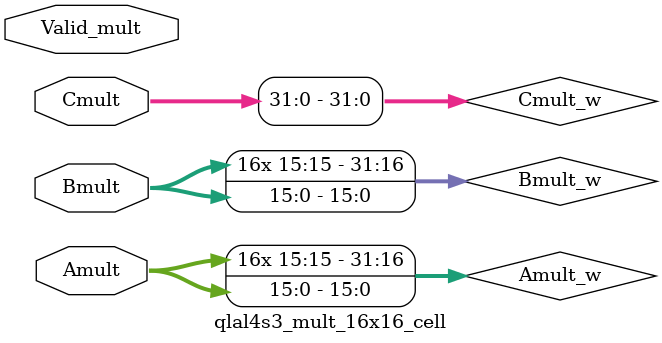
<source format=v>
module \$lut (A, Y);
    parameter WIDTH = 0;
    parameter LUT = 0;

    input [WIDTH-1:0] A;
    output Y;

    function [WIDTH ** 2 - 1:0] INIT_address_inverse;
        input [WIDTH ** 2 - 1: 0] arr;
        integer i;
        integer n;
        reg [WIDTH - 1:0] tmp;
        reg [WIDTH - 1:0] tmp2;
        tmp = 0;
        tmp2 = 0;
        for (i = 0; i < WIDTH ** 2; i++) begin
            INIT_address_inverse[tmp2] = arr[tmp];
            tmp = tmp + 1;
            for (n = 0; n < WIDTH; n++) begin
                tmp2[WIDTH - 1 - n] = tmp[n];
            end
        end
    endfunction

    generate
        if (WIDTH == 1)
        begin
            LUT1 #(.INIT(INIT_address_inverse(LUT))) _TECHMAP_REPLACE_ (.O(Y), .I0(A[0]));
        end
        else if (WIDTH == 2)
        begin
            LUT2 #(.INIT(INIT_address_inverse(LUT))) _TECHMAP_REPLACE_ (.O(Y), .I0(A[1]), .I1(A[0]));
        end
        else if (WIDTH == 3)
        begin
            LUT3 #(.INIT(INIT_address_inverse(LUT))) _TECHMAP_REPLACE_ (.O(Y), .I0(A[2]), .I1(A[1]), .I2(A[0]));
        end
        else if (WIDTH == 4)
        begin
            LUT4 #(.INIT(INIT_address_inverse(LUT))) _TECHMAP_REPLACE_ (.O(Y), .I0(A[3]), .I1(A[2]), .I2(A[1]), .I3(A[0]));
        end
        else
        begin
            wire _TECHMAP_FAIL_ = 1;
        end
    endgenerate
endmodule

module \$_MUX8_ (A, B, C, D, E, F, G, H, S, T, U, Y);
    input A, B, C, D, E, F, G, H, S, T, U;
    output Y;
    mux8x0 _TECHMAP_REPLACE_ (.A(A), .B(B), .C(C), .D(D), .E(E), .F(F), .G(G), .H(H), .S0(S), .S1(T), .S2(U), .Q(Y));
endmodule

module \$_MUX4_ (A, B, C, D, S, T, U, Y);
    input A, B, C, D, S, T, U;
    output Y;
    mux4x0 _TECHMAP_REPLACE_ (.A(A), .B(B), .C(C), .D(D), .S0(S), .S1(T), .Q(Y));
endmodule

module \$_DFF_N_ (D, Q, C);
    input D;
    input C;
    output Q;
    wire C_INV;
    inv clkinv (.Q(C_INV), .A(C));
    dff tmpdff (.Q(Q), .D(D), .CLK(C_INV));
endmodule

module \$_DFF_P_ (D, Q, C);
    input D;
    input C;
    output Q;
    dff _TECHMAP_REPLACE_ (.Q(Q), .D(D), .CLK(C));
endmodule

module \$_DFF_NN0_ (D, Q, C, R);
    input D;
    input C;
    input R;
    output Q;
    wire C_INV;
    inv clkinv (.Q(C_INV), .A(C));
    wire R_INV;
    inv clrinv (.Q(R_INV), .A(R));
    dffc tmpdffc (.Q(Q), .D(D), .CLK(C_INV), .CLR(R_INV));
endmodule

module \$_DFF_NN1_ (D, Q, C, R);
    input D;
    input C;
    input R;
    output Q;
    wire C_INV;
    inv clkinv (.Q(C_INV), .A(C));
    wire R_INV;
    inv preinv (.Q(R_INV), .A(R));
    dffp tmpdffp (.Q(Q), .D(D), .CLK(C_INV), .PRE(R_INV));
endmodule

module \$_DFF_NP0_ (D, Q, C, R);
    input D;
    input C;
    input R;
    output Q;
    wire C_INV;
    inv clkinv (.Q(C_INV), .A(C));
    dffc tmpdffc (.Q(Q), .D(D), .CLK(C_INV), .CLR(R));
endmodule

module \$_DFF_NP1_ (D, Q, C, R);
    input D;
    input C;
    input R;
    output Q;
    wire C_INV;
    inv clkinv (.Q(C_INV), .A(C));
    dffp tmpdffp (.Q(Q), .D(D), .CLK(C_INV), .PRE(R));
endmodule

module \$_DFF_PN0_ (D, Q, C, R);
    input D;
    input C;
    input R;
    output Q;
    wire R_INV;
    inv preinv (.Q(R_INV), .A(R));
    dffc tmpdffc (.Q(Q), .D(D), .CLK(C), .CLR(R_INV));
endmodule

module \$_DFF_PN1_ (D, Q, C, R);
    input D;
    input C;
    input R;
    output Q;
    wire R_INV;
    inv preinv (.Q(R_INV), .A(R));
    dffp tmpdffp (.Q(Q), .D(D), .CLK(C), .PRE(R_INV));
endmodule

module \$_DFF_PP0_ (D, Q, C, R);
    input D;
    input C;
    input R;
    output Q;
    dffc _TECHMAP_REPLACE_ (.Q(Q), .D(D), .CLK(C), .CLR(R));
endmodule

module \$_DFF_PP1_ (D, Q, C, R);
    input D;
    input C;
    input R;
    output Q;
    dffp _TECHMAP_REPLACE_ (.Q(Q), .D(D), .CLK(C), .PRE(R));
endmodule

module \$_DFFSR_NPP_ (D, Q, C, R, S);
    input D;
    input C;
    input R;
    input S;
    output Q;
    wire C_INV;
    inv clkinv (.Q(C_INV), .A(C));
    dffpc tmpdffpc (.Q(Q), .D(D), .CLK(C_INV), .CLR(R), .PRE(S));
endmodule

module \$_DFFSR_PPP_ (D, Q, C, R, S);
    input D;
    input C;
    input R;
    input S;
    output Q;
    dffpc tmpdffpc (.Q(Q), .D(D), .CLK(C), .CLR(R), .PRE(S));
endmodule

module \$_DLATCH_P_ (E, D, Q);
    input E;
    input D;
    output reg Q;
    LUT3 #(.INIT(8'b11100010)) latchimpl (.O(Q), .I2(D), .I1(E), .I0(Q));
endmodule

module \$_DLATCH_N_ (E, D, Q);
    input E;
    input D;
    output reg Q;
    LUT3 #(.INIT(8'b10111000)) latchimpl (.O(Q), .I2(D), .I1(E), .I0(Q));
endmodule

module \$_DLATCHSR_NNN_ (E, S, R, D, Q);
    input E;
    input S;
    input R;
    input D;
    output Q;
    wire SEDQ;
    LUT4 #(.INIT(16'b101011001111111)) sedqlut (.O(SEDQ), .I3(S), .I2(E), .I1(D), .I0(Q));
    LUT2 #(.INIT(4'b1000)) sedr (.O(Q), .I1(R), .I0(SEDQ));
endmodule

module \$_DLATCHSR_NNP_ (E, S, R, D, Q);
    input E;
    input S;
    input R;
    input D;
    output Q;
    wire SEDQ;
    LUT4 #(.INIT(16'b101011001111111)) sedqlut (.O(SEDQ), .I3(S), .I2(E), .I1(D), .I0(Q));
    LUT2 #(.INIT(4'b0010)) sedr (.O(Q), .I1(R), .I0(SEDQ));
endmodule

module \$_DLATCHSR_NPN_ (E, S, R, D, Q);
    input E;
    input S;
    input R;
    input D;
    output Q;
    wire SEDQ;
    LUT4 #(.INIT(16'b111111111010110)) sedqlut (.O(SEDQ), .I3(S), .I2(E), .I1(D), .I0(Q));
    LUT2 #(.INIT(4'b1000)) sedr (.O(Q), .I1(R), .I0(SEDQ));
endmodule

module \$_DLATCHSR_NPP_ (E, S, R, D, Q);
    input E;
    input S;
    input R;
    input D;
    output Q;
    wire SEDQ;
    LUT4 #(.INIT(16'b111111111010110)) sedqlut (.O(SEDQ), .I3(S), .I2(E), .I1(D), .I0(Q));
    LUT2 #(.INIT(4'b0010)) sedr (.O(Q), .I1(R), .I0(SEDQ));
endmodule

module \$_DLATCHSR_PNN_ (E, S, R, D, Q);
    input E;
    input S;
    input R;
    input D;
    output Q;
    wire SEDQ;
    LUT4 #(.INIT(16'b110010101111111)) sedqlut (.O(SEDQ), .I3(S), .I2(E), .I1(D), .I0(Q));
    LUT2 #(.INIT(4'b1000)) sedr (.O(Q), .I1(R), .I0(SEDQ));
endmodule

module \$_DLATCHSR_PNP_ (E, S, R, D, Q);
    input E;
    input S;
    input R;
    input D;
    output Q;
    wire SEDQ;
    LUT4 #(.INIT(16'b110010101111111)) sedqlut (.O(SEDQ), .I3(S), .I2(E), .I1(D), .I0(Q));
    LUT2 #(.INIT(4'b0010)) sedr (.O(Q), .I1(R), .I0(SEDQ));
endmodule

module \$_DLATCHSR_PPN_ (E, S, R, D, Q);
    input E;
    input S;
    input R;
    input D;
    output Q;
    wire SEDQ;
    LUT4 #(.INIT(16'b111111111100101)) sedqlut (.O(SEDQ), .I3(S), .I2(E), .I1(D), .I0(Q));
    LUT2 #(.INIT(4'b1000)) sedr (.O(Q), .I1(R), .I0(SEDQ));
endmodule

module \$_DLATCHSR_PPP_ (E, S, R, D, Q);
    input E;
    input S;
    input R;
    input D;
    output Q;
    wire SEDQ;
    LUT4 #(.INIT(16'b11111111110010)) sedqlut (.O(SEDQ), .I3(S), .I2(E), .I1(D), .I0(Q));
    LUT2 #(.INIT(4'b0010)) sedr (.O(Q), .I1(R), .I0(SEDQ));
endmodule

module qlal4s3_mult_16x16_cell (
    input [15:0] Amult,
    input [15:0] Bmult,
    input [1:0] Valid_mult,
    input [31:0] Cmult);

    wire [63:0] Cmult_w;
    wire [31:0] Amult_w;
    wire [31:0] Bmult_w;

    assign Amult_w = {{16{Amult[15]}}, Amult};
    assign Bmult_w = {{16{Bmult[15]}}, Bmult};
    assign Cmult = Cmult_w[31:0];

    qlal4s3_mult_32x32_cell I1 ( .Amult(Amult_w), .Bmult(Bmult_w), .Cmult(Cmult_w));
endmodule

</source>
